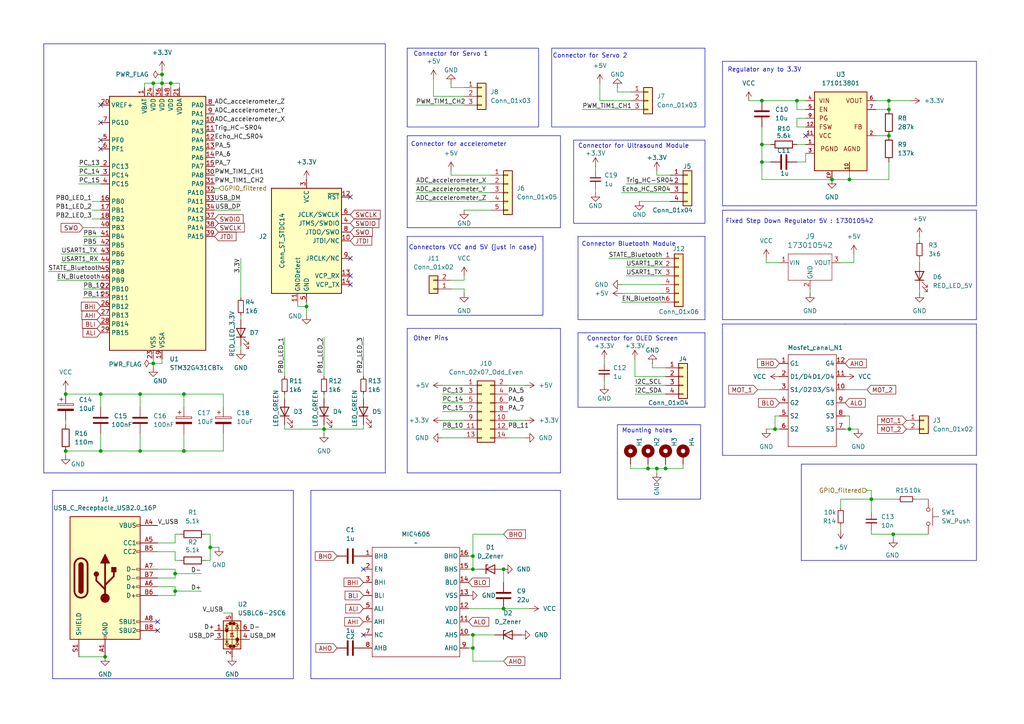
<source format=kicad_sch>
(kicad_sch (version 20231120) (generator "eeschema") (generator_version "8.0")
  (paper "A4")
  (junction (at 46.99 24.13))
  (junction (at 146.05 176.53))
  (junction (at 29.21 114.3))
  (junction (at 246.38 52.07))
  (junction (at 60.96 158.75))
  (junction (at 252.73 144.78))
  (junction (at 50.8 171.45))
  (junction (at 19.05 130.81))
  (junction (at 257.81 29.21))
  (junction (at 30.48 190.5))
  (junction (at 193.04 135.89))
  (junction (at 220.98 41.91))
  (junction (at 137.16 187.96))
  (junction (at 53.34 130.81))
  (junction (at 49.53 24.13))
  (junction (at 53.34 114.3))
  (junction (at 220.98 29.21))
  (junction (at 246.38 124.46))
  (junction (at 220.98 46.99))
  (junction (at 146.05 165.1))
  (junction (at 46.99 21.59))
  (junction (at 241.3 52.07))
  (junction (at 29.21 130.81))
  (junction (at 187.96 135.89))
  (junction (at 257.81 39.37))
  (junction (at 190.5 135.89))
  (junction (at 19.05 114.3))
  (junction (at 137.16 161.29))
  (junction (at 231.14 29.21))
  (junction (at 259.08 154.94))
  (junction (at 44.45 24.13))
  (junction (at 40.64 114.3))
  (junction (at 44.45 105.41))
  (junction (at 93.98 124.46))
  (junction (at 137.16 184.15))
  (junction (at 224.79 124.46))
  (junction (at 50.8 166.37))
  (junction (at 40.64 130.81))
  (junction (at 257.81 31.75))
  (junction (at 137.16 165.1))
  (junction (at 88.9 88.9))
  (no_connect (at 101.6 82.55))
  (no_connect (at 101.6 57.15))
  (no_connect (at 29.21 43.18))
  (no_connect (at 29.21 30.48))
  (no_connect (at 29.21 35.56))
  (no_connect (at 105.41 165.1))
  (no_connect (at 45.72 180.34))
  (no_connect (at 233.68 39.37))
  (no_connect (at 45.72 182.88))
  (no_connect (at 105.41 184.15))
  (no_connect (at 101.6 74.93))
  (no_connect (at 101.6 80.01))
  (no_connect (at 29.21 40.64))
  (wire (pts (xy 128.27 116.84) (xy 134.62 116.84)))
  (wire (pts (xy 251.46 142.24) (xy 252.73 142.24)))
  (wire (pts (xy 24.13 83.82) (xy 29.21 83.82)))
  (wire (pts (xy 93.98 114.3) (xy 93.98 115.57)))
  (polyline (pts (xy 118.11 127) (xy 118.11 137.16)))
  (wire (pts (xy 246.38 49.53) (xy 246.38 52.07)))
  (wire (pts (xy 69.85 100.33) (xy 69.85 101.6)))
  (wire (pts (xy 64.77 125.73) (xy 64.77 130.81)))
  (wire (pts (xy 234.95 83.82) (xy 234.95 85.09)))
  (polyline (pts (xy 162.56 137.16) (xy 162.56 95.25)))
  (wire (pts (xy 59.69 154.94) (xy 60.96 154.94)))
  (wire (pts (xy 50.8 171.45) (xy 50.8 172.72)))
  (wire (pts (xy 247.65 73.66) (xy 247.65 76.2)))
  (wire (pts (xy 184.15 111.76) (xy 193.04 111.76)))
  (wire (pts (xy 233.68 36.83) (xy 231.14 36.83)))
  (polyline (pts (xy 167.64 68.58) (xy 167.64 91.44)))
  (polyline (pts (xy 283.21 134.62) (xy 283.21 162.56)))
  (polyline (pts (xy 12.7 137.16) (xy 111.76 137.16)))
  (wire (pts (xy 17.78 76.2) (xy 29.21 76.2)))
  (wire (pts (xy 50.8 171.45) (xy 58.42 171.45)))
  (polyline (pts (xy 167.64 92.71) (xy 167.64 91.44)))
  (wire (pts (xy 222.25 124.46) (xy 224.79 124.46)))
  (wire (pts (xy 49.53 24.13) (xy 52.07 24.13)))
  (polyline (pts (xy 90.17 142.24) (xy 143.51 142.24)))
  (wire (pts (xy 243.84 153.67) (xy 243.84 152.4)))
  (wire (pts (xy 130.81 83.82) (xy 134.62 83.82)))
  (polyline (pts (xy 85.09 196.85) (xy 15.24 196.85)))
  (wire (pts (xy 182.88 134.62) (xy 182.88 135.89)))
  (polyline (pts (xy 283.21 17.78) (xy 283.21 59.69)))
  (polyline (pts (xy 204.47 90.17) (xy 204.47 92.71)))
  (wire (pts (xy 44.45 24.13) (xy 44.45 25.4)))
  (wire (pts (xy 224.79 124.46) (xy 226.06 124.46)))
  (wire (pts (xy 19.05 130.81) (xy 19.05 132.08)))
  (polyline (pts (xy 167.64 118.11) (xy 167.64 96.52)))
  (polyline (pts (xy 15.24 196.85) (xy 15.24 142.24)))
  (wire (pts (xy 264.16 29.21) (xy 257.81 29.21)))
  (wire (pts (xy 231.14 46.99) (xy 233.68 46.99)))
  (wire (pts (xy 120.65 30.48) (xy 134.62 30.48)))
  (wire (pts (xy 233.68 46.99) (xy 233.68 44.45)))
  (wire (pts (xy 62.23 60.96) (xy 69.85 60.96)))
  (wire (pts (xy 24.13 68.58) (xy 29.21 68.58)))
  (polyline (pts (xy 204.47 96.52) (xy 204.47 118.11)))
  (wire (pts (xy 265.43 144.78) (xy 269.24 144.78)))
  (wire (pts (xy 16.51 81.28) (xy 29.21 81.28)))
  (wire (pts (xy 64.77 114.3) (xy 64.77 118.11)))
  (wire (pts (xy 138.43 165.1) (xy 137.16 165.1)))
  (wire (pts (xy 190.5 49.53) (xy 190.5 50.8)))
  (wire (pts (xy 254 39.37) (xy 257.81 39.37)))
  (polyline (pts (xy 168.91 96.52) (xy 204.47 96.52)))
  (wire (pts (xy 266.7 68.58) (xy 266.7 69.85)))
  (wire (pts (xy 130.81 24.13) (xy 130.81 25.4)))
  (wire (pts (xy 189.23 105.41) (xy 189.23 106.68)))
  (wire (pts (xy 60.96 158.75) (xy 60.96 162.56)))
  (wire (pts (xy 64.77 177.8) (xy 67.31 177.8)))
  (wire (pts (xy 176.53 74.93) (xy 191.77 74.93)))
  (wire (pts (xy 69.85 74.93) (xy 69.85 86.36)))
  (wire (pts (xy 220.98 46.99) (xy 220.98 52.07)))
  (wire (pts (xy 29.21 130.81) (xy 19.05 130.81)))
  (wire (pts (xy 220.98 41.91) (xy 220.98 46.99)))
  (wire (pts (xy 254 31.75) (xy 257.81 31.75)))
  (wire (pts (xy 173.99 24.13) (xy 173.99 29.21)))
  (wire (pts (xy 134.62 83.82) (xy 134.62 85.09)))
  (wire (pts (xy 50.8 154.94) (xy 52.07 154.94)))
  (wire (pts (xy 125.73 27.94) (xy 134.62 27.94)))
  (wire (pts (xy 243.84 147.32) (xy 243.84 144.78)))
  (wire (pts (xy 45.72 157.48) (xy 50.8 157.48)))
  (wire (pts (xy 88.9 91.44) (xy 88.9 88.9)))
  (wire (pts (xy 13.97 78.74) (xy 29.21 78.74)))
  (polyline (pts (xy 118.11 39.37) (xy 118.11 66.04)))
  (wire (pts (xy 259.08 154.94) (xy 259.08 156.21)))
  (polyline (pts (xy 118.11 39.37) (xy 119.38 39.37)))
  (wire (pts (xy 135.89 184.15) (xy 137.16 184.15)))
  (wire (pts (xy 220.98 41.91) (xy 223.52 41.91)))
  (wire (pts (xy 137.16 187.96) (xy 135.89 187.96)))
  (wire (pts (xy 128.27 114.3) (xy 134.62 114.3)))
  (wire (pts (xy 125.73 22.86) (xy 125.73 27.94)))
  (polyline (pts (xy 90.17 196.85) (xy 90.17 142.24)))
  (polyline (pts (xy 162.56 39.37) (xy 162.56 66.04)))
  (polyline (pts (xy 232.41 134.62) (xy 283.21 134.62)))
  (wire (pts (xy 175.26 110.49) (xy 175.26 111.76)))
  (wire (pts (xy 134.62 60.96) (xy 142.24 60.96)))
  (wire (pts (xy 26.67 63.5) (xy 29.21 63.5)))
  (wire (pts (xy 128.27 119.38) (xy 134.62 119.38)))
  (polyline (pts (xy 162.56 95.25) (xy 160.02 95.25)))
  (polyline (pts (xy 283.21 93.98) (xy 283.21 96.52)))
  (wire (pts (xy 180.34 87.63) (xy 191.77 87.63)))
  (polyline (pts (xy 204.47 118.11) (xy 167.64 118.11)))
  (wire (pts (xy 46.99 21.59) (xy 46.99 24.13)))
  (wire (pts (xy 49.53 25.4) (xy 49.53 24.13)))
  (polyline (pts (xy 204.47 68.58) (xy 204.47 90.17)))
  (wire (pts (xy 168.91 31.75) (xy 182.88 31.75)))
  (polyline (pts (xy 119.38 39.37) (xy 162.56 39.37)))
  (wire (pts (xy 60.96 154.94) (xy 60.96 158.75)))
  (wire (pts (xy 40.64 118.11) (xy 40.64 114.3)))
  (polyline (pts (xy 245.11 93.98) (xy 283.21 93.98)))
  (wire (pts (xy 220.98 36.83) (xy 220.98 41.91)))
  (wire (pts (xy 257.81 31.75) (xy 257.81 29.21)))
  (wire (pts (xy 181.61 53.34) (xy 194.31 53.34)))
  (wire (pts (xy 46.99 20.32) (xy 46.99 21.59)))
  (polyline (pts (xy 162.56 142.24) (xy 162.56 196.85)))
  (wire (pts (xy 180.34 85.09) (xy 191.77 85.09)))
  (polyline (pts (xy 209.55 96.52) (xy 209.55 132.08)))
  (wire (pts (xy 231.14 41.91) (xy 233.68 41.91)))
  (wire (pts (xy 88.9 88.9) (xy 86.36 88.9)))
  (wire (pts (xy 46.99 24.13) (xy 49.53 24.13)))
  (wire (pts (xy 257.81 52.07) (xy 246.38 52.07)))
  (wire (pts (xy 19.05 121.92) (xy 19.05 123.19)))
  (wire (pts (xy 29.21 118.11) (xy 29.21 114.3)))
  (polyline (pts (xy 283.21 96.52) (xy 283.21 132.08)))
  (wire (pts (xy 22.86 190.5) (xy 30.48 190.5)))
  (polyline (pts (xy 167.64 68.58) (xy 204.47 68.58)))
  (wire (pts (xy 245.11 113.03) (xy 251.46 113.03)))
  (wire (pts (xy 22.86 53.34) (xy 29.21 53.34)))
  (wire (pts (xy 105.41 123.19) (xy 105.41 124.46)))
  (polyline (pts (xy 209.55 17.78) (xy 283.21 17.78)))
  (wire (pts (xy 259.08 154.94) (xy 269.24 154.94)))
  (wire (pts (xy 88.9 87.63) (xy 88.9 88.9)))
  (wire (pts (xy 219.71 113.03) (xy 226.06 113.03)))
  (polyline (pts (xy 167.64 96.52) (xy 170.18 96.52)))
  (wire (pts (xy 93.98 97.79) (xy 93.98 109.22)))
  (wire (pts (xy 137.16 161.29) (xy 137.16 165.1)))
  (wire (pts (xy 222.25 76.2) (xy 226.06 76.2)))
  (wire (pts (xy 53.34 125.73) (xy 53.34 130.81)))
  (wire (pts (xy 53.34 114.3) (xy 53.34 118.11)))
  (wire (pts (xy 62.23 54.61) (xy 63.5 54.61)))
  (wire (pts (xy 130.81 25.4) (xy 134.62 25.4)))
  (wire (pts (xy 184.15 109.22) (xy 193.04 109.22)))
  (polyline (pts (xy 283.21 92.71) (xy 209.55 92.71)))
  (polyline (pts (xy 283.21 132.08) (xy 283.21 132.08)))
  (wire (pts (xy 128.27 111.76) (xy 134.62 111.76)))
  (wire (pts (xy 184.15 114.3) (xy 193.04 114.3)))
  (wire (pts (xy 135.89 176.53) (xy 146.05 176.53)))
  (wire (pts (xy 231.14 34.29) (xy 233.68 34.29)))
  (wire (pts (xy 46.99 104.14) (xy 46.99 105.41)))
  (wire (pts (xy 220.98 52.07) (xy 241.3 52.07)))
  (wire (pts (xy 220.98 46.99) (xy 223.52 46.99)))
  (wire (pts (xy 246.38 124.46) (xy 248.92 124.46)))
  (wire (pts (xy 137.16 154.94) (xy 137.16 161.29)))
  (wire (pts (xy 40.64 125.73) (xy 40.64 130.81)))
  (polyline (pts (xy 118.11 127) (xy 118.11 95.25)))
  (wire (pts (xy 44.45 106.68) (xy 44.45 105.41)))
  (wire (pts (xy 105.41 114.3) (xy 105.41 115.57)))
  (wire (pts (xy 246.38 52.07) (xy 241.3 52.07)))
  (wire (pts (xy 137.16 161.29) (xy 135.89 161.29)))
  (wire (pts (xy 24.13 66.04) (xy 29.21 66.04)))
  (wire (pts (xy 120.65 53.34) (xy 142.24 53.34)))
  (wire (pts (xy 93.98 124.46) (xy 93.98 125.73)))
  (wire (pts (xy 222.25 74.93) (xy 222.25 76.2)))
  (polyline (pts (xy 118.11 95.25) (xy 160.02 95.25)))
  (wire (pts (xy 187.96 135.89) (xy 190.5 135.89)))
  (wire (pts (xy 187.96 134.62) (xy 187.96 135.89)))
  (wire (pts (xy 45.72 170.18) (xy 50.8 170.18)))
  (wire (pts (xy 247.65 76.2) (xy 243.84 76.2)))
  (wire (pts (xy 189.23 106.68) (xy 193.04 106.68)))
  (wire (pts (xy 59.69 162.56) (xy 60.96 162.56)))
  (wire (pts (xy 50.8 166.37) (xy 50.8 167.64)))
  (polyline (pts (xy 12.7 137.16) (xy 12.7 12.7)))
  (wire (pts (xy 82.55 97.79) (xy 82.55 109.22)))
  (wire (pts (xy 245.11 120.65) (xy 246.38 120.65)))
  (wire (pts (xy 41.91 24.13) (xy 44.45 24.13)))
  (wire (pts (xy 152.4 121.92) (xy 147.32 121.92)))
  (wire (pts (xy 29.21 60.96) (xy 26.67 60.96)))
  (wire (pts (xy 24.13 86.36) (xy 29.21 86.36)))
  (wire (pts (xy 173.99 29.21) (xy 182.88 29.21)))
  (wire (pts (xy 53.34 114.3) (xy 64.77 114.3)))
  (wire (pts (xy 266.7 74.93) (xy 266.7 76.2)))
  (wire (pts (xy 152.4 127) (xy 147.32 127)))
  (wire (pts (xy 50.8 170.18) (xy 50.8 171.45)))
  (wire (pts (xy 128.27 124.46) (xy 134.62 124.46)))
  (wire (pts (xy 146.05 191.77) (xy 137.16 191.77)))
  (wire (pts (xy 52.07 24.13) (xy 52.07 25.4)))
  (wire (pts (xy 120.65 58.42) (xy 142.24 58.42)))
  (wire (pts (xy 231.14 36.83) (xy 231.14 34.29)))
  (wire (pts (xy 17.78 73.66) (xy 29.21 73.66)))
  (polyline (pts (xy 283.21 59.69) (xy 209.55 59.69)))
  (polyline (pts (xy 118.11 68.58) (xy 157.48 68.58)))
  (wire (pts (xy 128.27 121.92) (xy 134.62 121.92)))
  (wire (pts (xy 134.62 81.28) (xy 130.81 81.28)))
  (wire (pts (xy 29.21 130.81) (xy 40.64 130.81)))
  (wire (pts (xy 82.55 114.3) (xy 82.55 115.57)))
  (wire (pts (xy 184.15 104.14) (xy 184.15 109.22)))
  (polyline (pts (xy 162.56 196.85) (xy 90.17 196.85)))
  (wire (pts (xy 172.72 54.61) (xy 172.72 55.88)))
  (wire (pts (xy 137.16 191.77) (xy 137.16 187.96)))
  (wire (pts (xy 243.84 144.78) (xy 252.73 144.78)))
  (polyline (pts (xy 209.55 93.98) (xy 209.55 96.52)))
  (wire (pts (xy 19.05 114.3) (xy 19.05 113.03)))
  (wire (pts (xy 180.34 55.88) (xy 194.31 55.88)))
  (wire (pts (xy 185.42 58.42) (xy 194.31 58.42)))
  (wire (pts (xy 45.72 165.1) (xy 50.8 165.1)))
  (wire (pts (xy 252.73 148.59) (xy 252.73 144.78)))
  (wire (pts (xy 231.14 29.21) (xy 231.14 31.75)))
  (polyline (pts (xy 85.09 142.24) (xy 85.09 196.85)))
  (wire (pts (xy 257.81 46.99) (xy 257.81 52.07)))
  (wire (pts (xy 53.34 130.81) (xy 64.77 130.81)))
  (wire (pts (xy 29.21 114.3) (xy 19.05 114.3)))
  (wire (pts (xy 62.23 58.42) (xy 69.85 58.42)))
  (polyline (pts (xy 232.41 134.62) (xy 232.41 162.56)))
  (polyline (pts (xy 111.76 12.7) (xy 111.76 137.16)))
  (wire (pts (xy 44.45 104.14) (xy 44.45 105.41)))
  (wire (pts (xy 62.23 54.61) (xy 62.23 55.88)))
  (wire (pts (xy 146.05 165.1) (xy 146.05 168.91)))
  (wire (pts (xy 69.85 91.44) (xy 69.85 92.71)))
  (polyline (pts (xy 283.21 60.96) (xy 283.21 92.71)))
  (wire (pts (xy 128.27 127) (xy 134.62 127)))
  (polyline (pts (xy 283.21 162.56) (xy 232.41 162.56)))
  (wire (pts (xy 46.99 24.13) (xy 46.99 25.4)))
  (wire (pts (xy 259.08 154.94) (xy 252.73 154.94)))
  (polyline (pts (xy 209.55 60.96) (xy 283.21 60.96)))
  (wire (pts (xy 181.61 80.01) (xy 191.77 80.01)))
  (wire (pts (xy 45.72 160.02) (xy 50.8 160.02)))
  (wire (pts (xy 137.16 184.15) (xy 137.16 187.96)))
  (wire (pts (xy 82.55 124.46) (xy 93.98 124.46)))
  (wire (pts (xy 137.16 165.1) (xy 135.89 165.1)))
  (wire (pts (xy 246.38 120.65) (xy 246.38 124.46)))
  (wire (pts (xy 224.79 120.65) (xy 224.79 124.46)))
  (wire (pts (xy 181.61 77.47) (xy 191.77 77.47)))
  (wire (pts (xy 220.98 29.21) (xy 231.14 29.21)))
  (polyline (pts (xy 118.11 68.58) (xy 118.11 91.44)))
  (wire (pts (xy 180.34 82.55) (xy 191.77 82.55)))
  (wire (pts (xy 50.8 167.64) (xy 45.72 167.64)))
  (wire (pts (xy 130.81 50.8) (xy 142.24 50.8)))
  (wire (pts (xy 190.5 135.89) (xy 190.5 137.16)))
  (wire (pts (xy 50.8 160.02) (xy 50.8 162.56)))
  (polyline (pts (xy 162.56 66.04) (xy 118.11 66.04)))
  (wire (pts (xy 198.12 135.89) (xy 193.04 135.89)))
  (wire (pts (xy 146.05 176.53) (xy 153.67 176.53)))
  (wire (pts (xy 50.8 157.48) (xy 50.8 154.94)))
  (polyline (pts (xy 157.48 68.58) (xy 157.48 91.44)))
  (wire (pts (xy 40.64 114.3) (xy 53.34 114.3)))
  (wire (pts (xy 172.72 48.26) (xy 172.72 49.53)))
  (wire (pts (xy 252.73 142.24) (xy 252.73 144.78)))
  (wire (pts (xy 175.26 104.14) (xy 175.26 105.41)))
  (wire (pts (xy 29.21 58.42) (xy 26.67 58.42)))
  (polyline (pts (xy 12.7 12.7) (xy 111.76 12.7)))
  (wire (pts (xy 245.11 124.46) (xy 246.38 124.46)))
  (wire (pts (xy 146.05 154.94) (xy 137.16 154.94)))
  (wire (pts (xy 29.21 125.73) (xy 29.21 130.81)))
  (wire (pts (xy 82.55 123.19) (xy 82.55 124.46)))
  (wire (pts (xy 120.65 55.88) (xy 142.24 55.88)))
  (wire (pts (xy 190.5 135.89) (xy 193.04 135.89)))
  (polyline (pts (xy 245.11 93.98) (xy 209.55 93.98)))
  (wire (pts (xy 50.8 165.1) (xy 50.8 166.37)))
  (polyline (pts (xy 143.51 142.24) (xy 162.56 142.24)))
  (polyline (pts (xy 209.55 17.78) (xy 209.55 59.69)))
  (wire (pts (xy 40.64 130.81) (xy 53.34 130.81)))
  (wire (pts (xy 182.88 135.89) (xy 187.96 135.89)))
  (wire (pts (xy 105.41 97.79) (xy 105.41 109.22)))
  (wire (pts (xy 252.73 154.94) (xy 252.73 153.67)))
  (polyline (pts (xy 118.11 137.16) (xy 162.56 137.16)))
  (wire (pts (xy 60.96 158.75) (xy 63.5 158.75)))
  (wire (pts (xy 22.86 48.26) (xy 29.21 48.26)))
  (wire (pts (xy 50.8 172.72) (xy 45.72 172.72)))
  (wire (pts (xy 24.13 71.12) (xy 29.21 71.12)))
  (wire (pts (xy 130.81 49.53) (xy 130.81 50.8)))
  (wire (pts (xy 93.98 123.19) (xy 93.98 124.46)))
  (wire (pts (xy 29.21 114.3) (xy 40.64 114.3)))
  (wire (pts (xy 190.5 50.8) (xy 194.31 50.8)))
  (polyline (pts (xy 204.47 92.71) (xy 167.64 92.71)))
  (wire (pts (xy 50.8 162.56) (xy 52.07 162.56)))
  (wire (pts (xy 266.7 85.09) (xy 266.7 83.82)))
  (wire (pts (xy 231.14 29.21) (xy 233.68 29.21)))
  (wire (pts (xy 93.98 124.46) (xy 105.41 124.46)))
  (wire (pts (xy 44.45 24.13) (xy 46.99 24.13)))
  (wire (pts (xy 44.45 105.41) (xy 46.99 105.41)))
  (wire (pts (xy 152.4 111.76) (xy 147.32 111.76)))
  (wire (pts (xy 50.8 166.37) (xy 58.42 166.37)))
  (wire (pts (xy 22.86 50.8) (xy 29.21 50.8)))
  (wire (pts (xy 179.07 26.67) (xy 182.88 26.67)))
  (wire (pts (xy 179.07 25.4) (xy 179.07 26.67)))
  (wire (pts (xy 198.12 135.89) (xy 198.12 134.62)))
  (polyline (pts (xy 209.55 132.08) (xy 283.21 132.08)))
  (wire (pts (xy 143.51 184.15) (xy 137.16 184.15)))
  (wire (pts (xy 217.17 29.21) (xy 220.98 29.21)))
  (wire (pts (xy 257.81 29.21) (xy 254 29.21)))
  (wire (pts (xy 226.06 120.65) (xy 224.79 120.65)))
  (polyline (pts (xy 15.24 142.24) (xy 85.09 142.24)))
  (polyline (pts (xy 157.48 91.44) (xy 118.11 91.44)))
  (wire (pts (xy 231.14 31.75) (xy 233.68 31.75)))
  (polyline (pts (xy 209.55 60.96) (xy 209.55 92.71)))
  (wire (pts (xy 252.73 144.78) (xy 260.35 144.78)))
  (wire (pts (xy 41.91 24.13) (xy 41.91 25.4)))
  (wire (pts (xy 193.04 134.62) (xy 193.04 135.89)))
  (wire (pts (xy 134.62 80.01) (xy 134.62 81.28)))
  (wire (pts (xy 86.36 88.9) (xy 86.36 87.63)))
  (rectangle (start 179.07 123.19) (end 203.2 144.78))
  (rectangle (start 160.02 13.97) (end 204.47 36.83))
  (rectangle (start 166.37 40.64) (end 204.47 64.77))
  (rectangle (start 118.11 13.97) (end 156.21 36.83))
  (text "Fixed Step Down Regulator 5V : 173010542" (at 231.902 64.262 0) (effects (font (size 1.27 1.27))))
  (text "Regulator any to 3.3V" (at 221.742 20.32 0) (effects (font (size 1.27 1.27))))
  (text "Mounting holes" (at 180.34 125.73 0) (effects (font (size 1.27 1.27)) (justify left bottom)))
  (text "Connector for OLED Screen" (at 170.18 99.06 0) (effects (font (size 1.27 1.27)) (justify left bottom)))
  (text "Other Pins\n\n" (at 124.968 99.314 0) (effects (font (size 1.27 1.27))))
  (text "Connector Bluetooth Module" (at 168.656 71.628 0) (effects (font (size 1.27 1.27)) (justify left bottom)))
  (text "Connector for Servo 2\n" (at 160.274 17.018 0) (effects (font (size 1.27 1.27)) (justify left bottom)))
  (text "Connectors VCC and 5V (just in case)" (at 137.16 71.882 0) (effects (font (size 1.27 1.27))))
  (text "Connector for Ultrasound Module" (at 167.64 43.18 0) (effects (font (size 1.27 1.27)) (justify left bottom)))
  (text "Connector for Servo 1\n" (at 119.888 16.51 0) (effects (font (size 1.27 1.27)) (justify left bottom)))
  (text "Connector for accelerometer\n\n" (at 119.126 44.704 0) (effects (font (size 1.27 1.27)) (justify left bottom)))
  (label "PB_10" (at 128.27 124.46 0))
  (label "PB0_LED_1" (at 82.55 97.79 270))
  (label "EN_Bluetooth" (at 16.51 81.28 0))
  (label "EN_Bluetooth" (at 180.34 87.63 0))
  (label "PA_5" (at 62.23 43.18 0))
  (label "D+" (at 62.23 182.88 180))
  (label "Trig_HC-SR04" (at 181.61 53.34 0))
  (label "I2C_SDA" (at 184.15 114.3 0))
  (label "PA_7" (at 62.23 48.26 0))
  (label "STATE_Bluetooth" (at 176.53 74.93 0))
  (label "STATE_Bluetooth" (at 13.97 78.74 0))
  (label "PC_15" (at 22.86 53.34 0))
  (label "USB_DP" (at 62.23 185.42 180))
  (label "PC_13" (at 128.27 114.3 0))
  (label "PB2_LED_3" (at 105.41 97.79 270))
  (label "D-" (at 72.39 182.88 0))
  (label "Trig_HC-SR04" (at 62.23 38.1 0))
  (label "PC_15" (at 128.27 119.38 0))
  (label "PC_14" (at 22.86 50.8 0))
  (label "Echo_HC_SR04" (at 180.34 55.88 0))
  (label "USART1_RX" (at 17.78 76.2 0))
  (label "USART1_TX" (at 181.61 80.01 0))
  (label "PA_6" (at 147.32 116.84 0))
  (label "PWM_TIM1_CH2" (at 120.65 30.48 0))
  (label "PA_6" (at 62.23 45.72 0))
  (label "ADC_accelerometer_Y" (at 120.65 55.88 0))
  (label "D+" (at 58.42 171.45 180))
  (label "PC_13" (at 22.86 48.26 0))
  (label "ADC_accelerometer_Z" (at 120.65 58.42 0))
  (label "D-" (at 58.42 166.37 180))
  (label "USB_DM" (at 69.85 58.42 180))
  (label "ADC_accelerometer_Y" (at 62.23 33.02 0))
  (label "ADC_accelerometer_X" (at 120.65 53.34 0))
  (label "V_USB" (at 64.77 177.8 180))
  (label "PWM_TIM1_CH1" (at 168.91 31.75 0))
  (label "PB_11" (at 147.32 124.46 0))
  (label "PB5" (at 24.13 71.12 0))
  (label "PB_11" (at 24.13 86.36 0))
  (label "PB1_LED_2" (at 93.98 97.79 270))
  (label "PWM_TIM1_CH2" (at 62.23 53.34 0))
  (label "PWM_TIM1_CH1" (at 62.23 50.8 0))
  (label "PB_10" (at 24.13 83.82 0))
  (label "V_USB" (at 45.72 152.4 0))
  (label "PA_7" (at 147.32 119.38 0))
  (label "I2C_SCL" (at 184.15 111.76 0))
  (label "USB_DM" (at 72.39 185.42 0))
  (label "3.3V" (at 69.85 74.93 270))
  (label "ADC_accelerometer_Z" (at 62.23 30.48 0))
  (label "USART1_TX" (at 17.78 73.66 0))
  (label "PB0_LED_1" (at 26.67 58.42 180))
  (label "PA_5" (at 147.32 114.3 0))
  (label "USART1_RX" (at 181.61 77.47 0))
  (label "PC_14" (at 128.27 116.84 0))
  (label "ADC_accelerometer_X" (at 62.23 35.56 0))
  (label "PB4" (at 24.13 68.58 0))
  (label "USB_DP" (at 69.85 60.96 180))
  (label "PB2_LED_3" (at 26.67 63.5 180))
  (label "PB1_LED_2" (at 26.67 60.96 180))
  (label "Echo_HC_SR04" (at 62.23 40.64 0))
  (global_label "BLO" (shape input) (at 226.06 116.84 180) (property "Intersheetrefs" "${INTERSHEET_REFS}" (effects (hide yes))))
  (global_label "BHO" (shape input) (at 97.79 161.29 180) (property "Intersheetrefs" "${INTERSHEET_REFS}" (effects (hide yes))))
  (global_label "MOT_2" (shape input) (at 251.46 113.03 0) (property "Intersheetrefs" "${INTERSHEET_REFS}" (effects (hide yes))))
  (global_label "SWCLK" (shape input) (at 101.6 62.23 0) (property "Intersheetrefs" "${INTERSHEET_REFS}" (effects (hide yes))))
  (global_label "SWO" (shape input) (at 101.6 67.31 0) (property "Intersheetrefs" "${INTERSHEET_REFS}" (effects (hide yes))))
  (global_label "SWO" (shape input) (at 24.13 66.04 180) (property "Intersheetrefs" "${INTERSHEET_REFS}" (effects (hide yes))))
  (global_label "AHI" (shape input) (at 105.41 180.34 180) (property "Intersheetrefs" "${INTERSHEET_REFS}" (effects (hide yes))))
  (global_label "ALI" (shape input) (at 29.21 96.52 180) (property "Intersheetrefs" "${INTERSHEET_REFS}" (effects (hide yes))))
  (global_label "AHO" (shape input) (at 97.79 187.96 180) (property "Intersheetrefs" "${INTERSHEET_REFS}" (effects (hide yes))))
  (global_label "MOT_2" (shape input) (at 262.89 124.46 180) (property "Intersheetrefs" "${INTERSHEET_REFS}" (effects (hide yes))))
  (global_label "AHO" (shape input) (at 245.11 105.41 0) (property "Intersheetrefs" "${INTERSHEET_REFS}" (effects (hide yes))))
  (global_label "ALO" (shape input) (at 245.11 116.84 0) (property "Intersheetrefs" "${INTERSHEET_REFS}" (effects (hide yes))))
  (global_label "BLI" (shape input) (at 29.21 93.98 180) (property "Intersheetrefs" "${INTERSHEET_REFS}" (effects (hide yes))))
  (global_label "ALI" (shape input) (at 105.41 176.53 180) (property "Intersheetrefs" "${INTERSHEET_REFS}" (effects (hide yes))))
  (global_label "BLO" (shape input) (at 135.89 168.91 0) (property "Intersheetrefs" "${INTERSHEET_REFS}" (effects (hide yes))))
  (global_label "BHO" (shape input) (at 226.06 105.41 180) (property "Intersheetrefs" "${INTERSHEET_REFS}" (effects (hide yes))))
  (global_label "SWCLK" (shape input) (at 62.23 66.04 0) (property "Intersheetrefs" "${INTERSHEET_REFS}" (effects (hide yes))))
  (global_label "JTDI" (shape input) (at 101.6 69.85 0) (property "Intersheetrefs" "${INTERSHEET_REFS}" (effects (hide yes))))
  (global_label "AHI" (shape input) (at 29.21 91.44 180) (property "Intersheetrefs" "${INTERSHEET_REFS}" (effects (hide yes))))
  (global_label "AHO" (shape input) (at 146.05 191.77 0) (property "Intersheetrefs" "${INTERSHEET_REFS}" (effects (hide yes))))
  (global_label "BHO" (shape input) (at 146.05 154.94 0) (property "Intersheetrefs" "${INTERSHEET_REFS}" (effects (hide yes))))
  (global_label "MOT_1" (shape input) (at 219.71 113.03 180) (property "Intersheetrefs" "${INTERSHEET_REFS}" (effects (hide yes))))
  (global_label "BHI" (shape input) (at 29.21 88.9 180) (property "Intersheetrefs" "${INTERSHEET_REFS}" (effects (hide yes))))
  (global_label "BHI" (shape input) (at 105.41 168.91 180) (property "Intersheetrefs" "${INTERSHEET_REFS}" (effects (hide yes))))
  (global_label "MOT_1" (shape input) (at 262.89 121.92 180) (property "Intersheetrefs" "${INTERSHEET_REFS}" (effects (hide yes))))
  (global_label "BLI" (shape input) (at 105.41 172.72 180) (property "Intersheetrefs" "${INTERSHEET_REFS}" (effects (hide yes))))
  (global_label "SWDIO" (shape input) (at 101.6 64.77 0) (property "Intersheetrefs" "${INTERSHEET_REFS}" (effects (hide yes))))
  (global_label "ALO" (shape input) (at 135.89 180.34 0) (property "Intersheetrefs" "${INTERSHEET_REFS}" (effects (hide yes))))
  (global_label "SWDIO" (shape input) (at 62.23 63.5 0) (property "Intersheetrefs" "${INTERSHEET_REFS}" (effects (hide yes))))
  (global_label "JTDI" (shape input) (at 62.23 68.58 0) (property "Intersheetrefs" "${INTERSHEET_REFS}" (effects (hide yes))))
  (hierarchical_label "GPIO_filtered" (shape input) (at 63.5 54.61 0))
  (hierarchical_label "GPIO_filtered" (shape input) (at 251.46 142.24 180))
  (symbol (lib_id "Connector_Generic:Conn_01x05") (at 147.32 55.88 0) (unit 1)
    (property "Reference" "J6" (at 149.86 54.6099 0) (effects (justify left)))
    (property "Value" "Conn_01x05" (at 149.86 57.1499 0) (effects (justify left)))
    (property "Footprint" "Connector_JST:JST_XH_B5B-XH-A_1x05_P2.50mm_Vertical" (effects (hide yes)))
    (property "Description" "Generic connector, single row, 01x05, script generated (kicad-library-utils/schlib/autogen/connector/)" (effects (hide yes)))
  )
  (symbol (lib_id "power:GND") (at 172.72 55.88 0) (unit 1)
    (property "Reference" "#PWR030" (effects (hide yes)))
    (property "Value" "GND" (at 172.72 59.69 0))
  )
  (symbol (lib_id "Connector_Generic:Conn_01x04") (at 199.39 53.34 0) (unit 1)
    (property "Reference" "J5" (at 198.12 48.26 0) (effects (justify left)))
    (property "Value" "Conn_01x04" (at 189.23 60.96 0) (effects (justify left)))
    (property "Footprint" "Connector_JST:JST_XH_B4B-XH-A_1x04_P2.50mm_Vertical" (effects (hide yes)))
  )
  (symbol (lib_id "173010542_5V_Buck:173010542") (at 234.95 77.47 0) (unit 1)
    (property "Reference" "J9" (at 234.95 68.58 0) (effects (font (size 1.524 1.524))))
    (property "Value" "173010542" (at 234.95 71.12 0) (effects (font (size 1.524 1.524))))
    (property "Footprint" "Library_MAKER:173013542" (effects (hide yes)))
    (property "Datasheet" "https://www.we-online.com/components/products/datasheet/173010542.pdf" (effects (hide yes)))
    (property "MPN" "173010542" (effects (hide yes)))
  )
  (symbol (lib_id "power:+3.3V") (at 264.16 29.21 270) (unit 1)
    (property "Reference" "#PWR023" (effects (hide yes)))
    (property "Value" "+3.3V" (at 267.97 29.2099 90) (effects (justify left)))
    (property "Description" "Power symbol creates a global label with name \"+3.3V\"" (effects (hide yes)))
  )
  (symbol (lib_id "power:VCC") (at 245.11 109.22 270) (unit 1)
    (property "Reference" "#PWR049" (effects (hide yes)))
    (property "Value" "VCC" (at 248.92 109.2199 90) (effects (justify left)))
    (property "Description" "Power symbol creates a global label with name \"VCC\"" (effects (hide yes)))
  )
  (symbol (lib_id "Device:C_Polarized") (at 19.05 118.11 0) (unit 1)
    (property "Reference" "C14" (at 22.86 115.9509 0) (effects (justify left)))
    (property "Value" "10uF" (at 22.86 118.4909 0) (effects (justify left)))
    (property "Footprint" "Capacitor_SMD:CP_Elec_4x5.7" (effects (hide yes)))
  )
  (symbol (lib_id "power:GND") (at 180.34 82.55 270) (unit 1)
    (property "Reference" "#PWR051" (effects (hide yes)))
    (property "Value" "GND" (at 176.53 82.5499 90) (effects (justify right)))
    (property "Description" "Power symbol creates a global label with name \"GND\" , ground" (effects (hide yes)))
  )
  (symbol (lib_id "Device:C_Polarized") (at 64.77 121.92 0) (unit 1)
    (property "Reference" "C18" (at 68.58 119.7609 0) (effects (justify left)))
    (property "Value" "10uF" (at 68.58 122.3009 0) (effects (justify left)))
    (property "Footprint" "Capacitor_SMD:CP_Elec_4x5.7" (effects (hide yes)))
  )
  (symbol (lib_id "Device:C") (at 101.6 187.96 90) (unit 1)
    (property "Reference" "C2" (at 101.6 184.658 90))
    (property "Value" "1u" (at 101.6 182.88 90))
    (property "Footprint" "Capacitor_SMD:C_0402_1005Metric_Pad0.74x0.62mm_HandSolder" (effects (hide yes)))
    (property "Description" "Unpolarized capacitor" (effects (hide yes)))
  )
  (symbol (lib_id "Device:LED") (at 105.41 119.38 90) (unit 1)
    (property "Reference" "D5" (at 107.95 119.38 90) (effects (justify right)))
    (property "Value" "LED_GREEN" (at 102.87 113.03 0) (effects (justify right)))
    (property "Footprint" "LED_SMD:LED_0603_1608Metric_Pad1.05x0.95mm_HandSolder" (effects (hide yes)))
  )
  (symbol (lib_id "power:PWR_FLAG") (at 44.45 105.41 90) (unit 1)
    (property "Reference" "#FLG01" (effects (hide yes)))
    (property "Value" "PWR_FLAG" (at 36.322 105.664 90))
    (property "Description" "Special symbol for telling ERC where power comes from" (effects (hide yes)))
  )
  (symbol (lib_id "power:VCC") (at 153.67 176.53 270) (unit 1)
    (property "Reference" "#PWR018" (effects (hide yes)))
    (property "Value" "VCC" (at 157.48 176.5299 90) (effects (justify left)))
    (property "Description" "Power symbol creates a global label with name \"VCC\"" (effects (hide yes)))
  )
  (symbol (lib_id "power:+3.3V") (at 128.27 121.92 90) (unit 1)
    (property "Reference" "#PWR042" (effects (hide yes)))
    (property "Value" "+3.3V" (at 124.46 121.9199 90) (effects (justify left)))
    (property "Description" "Power symbol creates a global label with name \"+3.3V\"" (effects (hide yes)))
  )
  (symbol (lib_id "Connector_Generic:Conn_01x06") (at 196.85 80.01 0) (unit 1)
    (property "Reference" "J12" (at 195.072 72.136 0) (effects (justify left)))
    (property "Value" "Conn_01x06" (at 191.008 90.424 0) (effects (justify left)))
    (property "Footprint" "Connector_JST:JST_XH_B6B-XH-A_1x06_P2.50mm_Vertical" (effects (hide yes)))
    (property "Description" "Generic connector, single row, 01x06, script generated (kicad-library-utils/schlib/autogen/connector/)" (effects (hide yes)))
  )
  (symbol (lib_id "Device:R_Small") (at 93.98 111.76 0) (unit 1)
    (property "Reference" "R12" (at 95.25 110.49 0) (effects (justify left)))
    (property "Value" "1k6" (at 95.25 113.03 0) (effects (justify left)))
    (property "Footprint" "Resistor_SMD:R_0402_1005Metric_Pad0.72x0.64mm_HandSolder" (effects (hide yes)))
  )
  (symbol (lib_id "Device:R") (at 257.81 35.56 0) (unit 1)
    (property "Reference" "R8" (at 260.35 34.2899 0) (effects (justify left)))
    (property "Value" "287k" (at 260.35 36.8299 0) (effects (justify left)))
    (property "Footprint" "Resistor_SMD:R_0402_1005Metric_Pad0.72x0.64mm_HandSolder" (effects (hide yes)))
    (property "Description" "Resistor" (effects (hide yes)))
  )
  (symbol (lib_id "Library:WPME-VDLM_LGA-12EP") (at 243.84 36.83 0) (unit 1)
    (property "Reference" "U3" (at 243.84 21.59 0))
    (property "Value" "171013801" (at 243.84 24.13 0))
    (property "Footprint" "Library_MAKER:171023801" (effects (hide yes)))
    (property "MF" "Wurth Elektronik" (effects (hide yes)))
    (property "Description_1" "LGA-12 / 3.5-38Vin / 0.85-13Vout / 1.0A / 10 x 6 x 3.1mm / PFM/PWM" (effects (hide yes)))
    (property "Package" "None" (effects (hide yes)))
    (property "Price" "None" (effects (hide yes)))
    (property "SnapEDA_Link" "https://www.snapeda.com/parts/171013801/Wurth+Electronics/view-part/?ref=snap" (effects (hide yes)))
    (property "MP" "171013801" (effects (hide yes)))
    (property "Availability" "In Stock" (effects (hide yes)))
    (property "Check_prices" "https://www.snapeda.com/parts/171013801/Wurth+Electronics/view-part/?ref=eda" (effects (hide yes)))
  )
  (symbol (lib_id "power:+5V") (at 247.65 73.66 0) (unit 1)
    (property "Reference" "#PWR038" (effects (hide yes)))
    (property "Value" "+5V" (at 247.65 68.58 0))
  )
  (symbol (lib_id "power:GND") (at 69.85 101.6 0) (unit 1)
    (property "Reference" "#PWR047" (effects (hide yes)))
    (property "Value" "GND" (at 69.85 106.68 0))
  )
  (symbol (lib_id "power:GND") (at 190.5 137.16 0) (unit 1)
    (property "Reference" "#PWR029" (effects (hide yes)))
    (property "Value" "GND" (at 190.5 139.7 90) (effects (justify right)))
  )
  (symbol (lib_id "Device:C_Polarized") (at 53.34 121.92 0) (unit 1)
    (property "Reference" "C17" (at 57.15 119.7609 0) (effects (justify left)))
    (property "Value" "10uF" (at 57.15 122.3009 0) (effects (justify left)))
    (property "Footprint" "Capacitor_SMD:CP_Elec_4x5.7" (effects (hide yes)))
  )
  (symbol (lib_id "power:VCC") (at 226.06 109.22 90) (unit 1)
    (property "Reference" "#PWR048" (effects (hide yes)))
    (property "Value" "VCC" (at 222.25 109.2199 90) (effects (justify left)))
    (property "Description" "Power symbol creates a global label with name \"VCC\"" (effects (hide yes)))
  )
  (symbol (lib_id "power:GND") (at 259.08 156.21 0) (unit 1)
    (property "Reference" "#PWR028" (effects (hide yes)))
    (property "Value" "GND" (at 258.826 161.036 0))
  )
  (symbol (lib_id "power:+3.3V") (at 88.9 52.07 0) (unit 1)
    (property "Reference" "#PWR022" (effects (hide yes)))
    (property "Value" "+3.3V" (at 88.9 46.99 0))
    (property "Description" "Power symbol creates a global label with name \"+3.3V\"" (effects (hide yes)))
  )
  (symbol (lib_id "Device:R_Small") (at 82.55 111.76 0) (unit 1)
    (property "Reference" "R11" (at 83.82 110.49 0) (effects (justify left)))
    (property "Value" "1k6" (at 83.82 113.03 0) (effects (justify left)))
    (property "Footprint" "Resistor_SMD:R_0402_1005Metric_Pad0.72x0.64mm_HandSolder" (effects (hide yes)))
  )
  (symbol (lib_id "Connector:USB_C_Receptacle_USB2.0_16P") (at 30.48 167.64 0) (unit 1)
    (property "Reference" "J1" (at 30.48 144.78 0))
    (property "Value" "USB_C_Receptacle_USB2.0_16P" (at 30.48 147.32 0))
    (property "Footprint" "Connector_USB:USB_C_Receptacle_GCT_USB4110" (effects (hide yes)))
    (property "Datasheet" "https://www.usb.org/sites/default/files/documents/usb_type-c.zip" (effects (hide yes)))
    (property "Description" "USB 2.0-only 16P Type-C Receptacle connector" (effects (hide yes)))
  )
  (symbol (lib_id "power:GND") (at 19.05 132.08 0) (unit 1)
    (property "Reference" "#PWR032" (effects (hide yes)))
    (property "Value" "GND" (at 22.606 134.62 0))
  )
  (symbol (lib_id "MCU_ST_STM32G4:STM32G431CBTx") (at 44.45 66.04 0) (unit 1)
    (property "Reference" "U1" (at 49.1841 104.14 0) (effects (justify left)))
    (property "Value" "STM32G431CBTx" (at 49.1841 106.68 0) (effects (justify left)))
    (property "Footprint" "Package_QFP:LQFP-48_7x7mm_P0.5mm" (effects (hide yes)))
    (property "Datasheet" "https://www.st.com/resource/en/datasheet/stm32g431cb.pdf" (effects (hide yes)))
    (property "Description" "STMicroelectronics Arm Cortex-M4 MCU, 128KB flash, 32KB RAM, 170 MHz, 1.71-3.6V, 38 GPIO, LQFP48" (effects (hide yes)))
  )
  (symbol (lib_id "Mechanical:MountingHole_Pad") (at 198.12 132.08 0) (unit 1)
    (property "Reference" "H4" (at 200.66 129.54 90) (effects (justify left)))
    (property "Value" "MountingHole_Pad" (effects (hide yes)))
    (property "Footprint" "MountingHole:MountingHole_2.7mm_M2.5_DIN965_Pad" (effects (hide yes)))
  )
  (symbol (lib_id "power:GND") (at 63.5 158.75 0) (unit 1)
    (property "Reference" "#PWR03" (effects (hide yes)))
    (property "Value" "GND" (at 63.5 163.83 0))
    (property "Description" "Power symbol creates a global label with name \"GND\" , ground" (effects (hide yes)))
  )
  (symbol (lib_id "Mechanical:MountingHole_Pad") (at 187.96 132.08 0) (unit 1)
    (property "Reference" "H2" (at 190.5 129.54 90) (effects (justify left)))
    (property "Value" "MountingHole_Pad" (effects (hide yes)))
    (property "Footprint" "MountingHole:MountingHole_2.7mm_M2.5_DIN965_Pad" (effects (hide yes)))
  )
  (symbol (lib_id "power:+5V") (at 180.34 85.09 90) (unit 1)
    (property "Reference" "#PWR052" (effects (hide yes)))
    (property "Value" "+5V" (at 176.53 85.0899 90) (effects (justify left)))
    (property "Description" "Power symbol creates a global label with name \"+5V\"" (effects (hide yes)))
  )
  (symbol (lib_id "Connector_Generic:Conn_01x02") (at 125.73 83.82 180) (unit 1)
    (property "Reference" "J11" (at 125.73 74.93 0))
    (property "Value" "Conn_01x02" (at 125.73 77.47 0))
    (property "Footprint" "Connector_AMASS:AMASS_XT60-F_1x02_P7.20mm_Vertical" (effects (hide yes)))
    (property "Description" "Generic connector, single row, 01x02, script generated (kicad-library-utils/schlib/autogen/connector/)" (effects (hide yes)))
  )
  (symbol (lib_id "power:+5V") (at 243.84 153.67 180) (unit 1)
    (property "Reference" "#PWR050" (effects (hide yes)))
    (property "Value" "+5V" (at 243.84 158.75 0))
    (property "Description" "Power symbol creates a global label with name \"+5V\"" (effects (hide yes)))
  )
  (symbol (lib_id "Device:R") (at 19.05 127 0) (unit 1)
    (property "Reference" "R16" (at 21.59 125.7299 0) (effects (justify left)))
    (property "Value" "110m" (at 21.59 128.2699 0) (effects (justify left)))
    (property "Footprint" "Resistor_SMD:R_0603_1608Metric_Pad0.98x0.95mm_HandSolder" (effects (hide yes)))
  )
  (symbol (lib_id "Connector_Generic:Conn_01x03") (at 139.7 27.94 0) (unit 1)
    (property "Reference" "J8" (at 142.24 26.6699 0) (effects (justify left)))
    (property "Value" "Conn_01x03" (at 142.24 29.2099 0) (effects (justify left)))
    (property "Footprint" "Connector_JST:JST_XH_B3B-XH-AM_1x03_P2.50mm_Vertical" (effects (hide yes)))
    (property "Description" "Generic connector, single row, 01x03, script generated (kicad-library-utils/schlib/autogen/connector/)" (effects (hide yes)))
  )
  (symbol (lib_id "power:+3.3V") (at 172.72 48.26 0) (unit 1)
    (property "Reference" "#PWR09" (effects (hide yes)))
    (property "Value" "+3.3V" (at 172.72 44.45 0))
  )
  (symbol (lib_id "Device:C") (at 101.6 161.29 90) (unit 1)
    (property "Reference" "C1" (at 101.6 153.67 90))
    (property "Value" "1u" (at 101.6 156.21 90))
    (property "Footprint" "Capacitor_SMD:C_0402_1005Metric_Pad0.74x0.62mm_HandSolder" (effects (hide yes)))
    (property "Description" "Unpolarized capacitor" (effects (hide yes)))
  )
  (symbol (lib_id "Library:MIC4606") (at 120.65 176.53 0) (unit 1)
    (property "Reference" "MIC4606" (at 120.65 154.94 0))
    (property "Value" "~" (at 120.65 157.48 0))
    (property "Footprint" "Library_MAKER:TSSOP16_TS_MCH_MIS" (effects (hide yes)))
  )
  (symbol (lib_id "Device:C_Small") (at 252.73 151.13 0) (unit 1)
    (property "Reference" "C13" (at 255.524 149.8663 0) (effects (justify left)))
    (property "Value" "10n" (at 255.524 152.4063 0) (effects (justify left)))
    (property "Footprint" "Capacitor_SMD:C_0402_1005Metric_Pad0.74x0.62mm_HandSolder" (effects (hide yes)))
  )
  (symbol (lib_id "power:GND") (at 146.05 165.1 90) (unit 1)
    (property "Reference" "#PWR012" (effects (hide yes)))
    (property "Value" "GND" (at 149.86 165.0999 90) (effects (justify right)))
    (property "Description" "Power symbol creates a global label with name \"GND\" , ground" (effects (hide yes)))
  )
  (symbol (lib_id "power:+3.3V") (at 46.99 20.32 0) (unit 1)
    (property "Reference" "#PWR04" (effects (hide yes)))
    (property "Value" "+3.3V" (at 46.99 15.24 0))
    (property "Description" "Power symbol creates a global label with name \"+3.3V\"" (effects (hide yes)))
  )
  (symbol (lib_id "Device:R_Small") (at 262.89 144.78 90) (unit 1)
    (property "Reference" "R15" (at 261.62 142.24 90))
    (property "Value" "10k" (at 265.43 142.24 90))
    (property "Footprint" "Resistor_SMD:R_0402_1005Metric_Pad0.72x0.64mm_HandSolder" (effects (hide yes)))
  )
  (symbol (lib_id "Device:R") (at 227.33 41.91 90) (unit 1)
    (property "Reference" "R10" (at 227.33 37.338 90))
    (property "Value" "5.6k" (at 227.33 39.37 90))
    (property "Footprint" "Resistor_SMD:R_0402_1005Metric_Pad0.72x0.64mm_HandSolder" (effects (hide yes)))
    (property "Description" "Resistor" (effects (hide yes)))
  )
  (symbol (lib_id "Switch:SW_Push") (at 269.24 149.86 270) (unit 1)
    (property "Reference" "SW1" (at 273.05 148.59 90) (effects (justify left)))
    (property "Value" "SW_Push" (at 273.05 151.13 90) (effects (justify left)))
    (property "Footprint" "Button_Switch_SMD:SW_Push_1P1T_NO_CK_KSC6xxJ" (effects (hide yes)))
  )
  (symbol (lib_id "Device:C_Small") (at 172.72 52.07 0) (unit 1)
    (property "Reference" "C19" (at 175.26 50.8063 0) (effects (justify left)))
    (property "Value" "1u" (at 175.26 53.3463 0) (effects (justify left)))
    (property "Footprint" "Capacitor_SMD:C_0402_1005Metric_Pad0.74x0.62mm_HandSolder" (effects (hide yes)))
  )
  (symbol (lib_id "power:VCC") (at 134.62 80.01 0) (unit 1)
    (property "Reference" "#PWR045" (effects (hide yes)))
    (property "Value" "VCC" (at 134.62 74.93 0))
    (property "Description" "Power symbol creates a global label with name \"VCC\"" (effects (hide yes)))
  )
  (symbol (lib_id "power:+5V") (at 266.7 68.58 0) (unit 1)
    (property "Reference" "#PWR039" (effects (hide yes)))
    (property "Value" "+5V" (at 266.7 63.5 0))
  )
  (symbol (lib_id "power:GND") (at 134.62 85.09 0) (unit 1)
    (property "Reference" "#PWR046" (effects (hide yes)))
    (property "Value" "GND" (at 134.62 90.17 0))
    (property "Description" "Power symbol creates a global label with name \"GND\" , ground" (effects (hide yes)))
  )
  (symbol (lib_id "power:VCC") (at 222.25 74.93 0) (unit 1)
    (property "Reference" "#PWR035" (effects (hide yes)))
    (property "Value" "VCC" (at 222.25 69.85 0))
  )
  (symbol (lib_id "Device:C") (at 146.05 172.72 0) (unit 1)
    (property "Reference" "C9" (at 149.86 171.4499 0) (effects (justify left)))
    (property "Value" "22u" (at 149.86 173.9899 0) (effects (justify left)))
    (property "Footprint" "Capacitor_SMD:C_0402_1005Metric_Pad0.74x0.62mm_HandSolder" (effects (hide yes)))
    (property "Description" "Unpolarized capacitor" (effects (hide yes)))
  )
  (symbol (lib_id "power:PWR_FLAG") (at 46.99 21.59 90) (unit 1)
    (property "Reference" "#FLG02" (effects (hide yes)))
    (property "Value" "PWR_FLAG" (at 43.18 21.5899 90) (effects (justify left)))
    (property "Description" "Special symbol for telling ERC where power comes from" (effects (hide yes)))
  )
  (symbol (lib_id "Device:D_Zener") (at 147.32 184.15 0) (unit 1)
    (property "Reference" "D2" (at 147.32 177.8 0))
    (property "Value" "D_Zener" (at 147.32 180.34 0))
    (property "Footprint" "Diode_SMD:Littelfuse_PolyZen-LS" (effects (hide yes)))
    (property "Description" "Zener diode" (effects (hide yes)))
  )
  (symbol (lib_id "power:GND") (at 128.27 127 270) (unit 1)
    (property "Reference" "#PWR043" (effects (hide yes)))
    (property "Value" "GND" (at 124.46 126.9999 90) (effects (justify right)))
    (property "Description" "Power symbol creates a global label with name \"GND\" , ground" (effects (hide yes)))
  )
  (symbol (lib_id "Device:C") (at 220.98 33.02 180) (unit 1)
    (property "Reference" "C10" (at 224.79 31.7499 0) (effects (justify right)))
    (property "Value" "10u" (at 224.79 34.2899 0) (effects (justify right)))
    (property "Footprint" "Capacitor_SMD:C_0402_1005Metric_Pad0.74x0.62mm_HandSolder" (effects (hide yes)))
    (property "Description" "Unpolarized capacitor" (effects (hide yes)))
  )
  (symbol (lib_id "power:+3.3V") (at 184.15 104.14 0) (unit 1)
    (property "Reference" "#PWR026" (effects (hide yes)))
    (property "Value" "+3.3V" (at 184.15 100.33 0))
  )
  (symbol (lib_id "Connector_Generic:Conn_01x03") (at 187.96 29.21 0) (unit 1)
    (property "Reference" "J7" (at 190.5 27.9399 0) (effects (justify left)))
    (property "Value" "Conn_01x03" (at 190.5 30.4799 0) (effects (justify left)))
    (property "Footprint" "Connector_JST:JST_XH_B3B-XH-A_1x03_P2.50mm_Vertical" (effects (hide yes)))
    (property "Description" "Generic connector, single row, 01x03, script generated (kicad-library-utils/schlib/autogen/connector/)" (effects (hide yes)))
  )
  (symbol (lib_id "Device:C_Small") (at 175.26 107.95 0) (unit 1)
    (property "Reference" "C12" (at 177.8 106.6863 0) (effects (justify left)))
    (property "Value" "1u" (at 177.8 109.2263 0) (effects (justify left)))
    (property "Footprint" "Capacitor_SMD:C_0402_1005Metric_Pad0.74x0.62mm_HandSolder" (effects (hide yes)))
  )
  (symbol (lib_id "Connector_Generic:Conn_01x04") (at 198.12 109.22 0) (unit 1)
    (property "Reference" "J4" (at 196.85 104.14 0) (effects (justify left)))
    (property "Value" "Conn_01x04" (at 187.96 116.84 0) (effects (justify left)))
    (property "Footprint" "Connector_JST:JST_XH_B4B-XH-A_1x04_P2.50mm_Vertical" (effects (hide yes)))
  )
  (symbol (lib_id "power:GND") (at 67.31 190.5 0) (unit 1)
    (property "Reference" "#PWR01" (effects (hide yes)))
    (property "Value" "GND" (at 67.31 195.58 0))
    (property "Description" "Power symbol creates a global label with name \"GND\" , ground" (effects (hide yes)))
  )
  (symbol (lib_id "power:GND") (at 185.42 58.42 0) (unit 1)
    (property "Reference" "#PWR015" (effects (hide yes)))
    (property "Value" "GND" (at 185.42 62.23 0))
  )
  (symbol (lib_id "power:+5V") (at 128.27 111.76 90) (unit 1)
    (property "Reference" "#PWR041" (effects (hide yes)))
    (property "Value" "+5V" (at 124.46 111.7599 90) (effects (justify left)))
    (property "Description" "Power symbol creates a global label with name \"+5V\"" (effects (hide yes)))
  )
  (symbol (lib_id "power:+3.3V") (at 190.5 49.53 0) (unit 1)
    (property "Reference" "#PWR014" (effects (hide yes)))
    (property "Value" "+3.3V" (at 190.5 45.72 0))
  )
  (symbol (lib_id "power:GND") (at 30.48 190.5 0) (unit 1)
    (property "Reference" "#PWR02" (effects (hide yes)))
    (property "Value" "GND" (at 30.48 195.58 0))
    (property "Description" "Power symbol creates a global label with name \"GND\" , ground" (effects (hide yes)))
  )
  (symbol (lib_id "power:GND") (at 44.45 106.68 0) (unit 1)
    (property "Reference" "#PWR05" (effects (hide yes)))
    (property "Value" "GND" (at 46.482 110.49 0))
    (property "Description" "Power symbol creates a global label with name \"GND\" , ground" (effects (hide yes)))
  )
  (symbol (lib_id "Device:C") (at 29.21 121.92 0) (unit 1)
    (property "Reference" "C15" (at 33.02 120.6499 0) (effects (justify left)))
    (property "Value" "100nF" (at 32.258 123.19 0) (effects (justify left)))
    (property "Footprint" "Capacitor_SMD:C_0603_1608Metric_Pad1.08x0.95mm_HandSolder" (effects (hide yes)))
  )
  (symbol (lib_id "Device:D_Zener") (at 142.24 165.1 0) (unit 1)
    (property "Reference" "D1" (at 142.24 158.75 0))
    (property "Value" "D_Zener" (at 142.24 161.29 0))
    (property "Footprint" "Diode_SMD:Littelfuse_PolyZen-LS" (effects (hide yes)))
    (property "Description" "Zener diode" (effects (hide yes)))
  )
  (symbol (lib_id "Connector_Generic:Conn_01x02") (at 267.97 121.92 0) (unit 1)
    (property "Reference" "J3" (at 270.51 121.9199 0) (effects (justify left)))
    (property "Value" "Conn_01x02" (at 270.51 124.4599 0) (effects (justify left)))
    (property "Footprint" "Connector_JST:JST_XH_B2B-XH-A_1x02_P2.50mm_Vertical" (effects (hide yes)))
    (property "Description" "Generic connector, single row, 01x02, script generated (kicad-library-utils/schlib/autogen/connector/)" (effects (hide yes)))
  )
  (symbol (lib_id "Device:C") (at 40.64 121.92 0) (unit 1)
    (property "Reference" "C16" (at 44.45 120.6499 0) (effects (justify left)))
    (property "Value" "100nF" (at 44.45 123.1899 0) (effects (justify left)))
    (property "Footprint" "Capacitor_SMD:C_0603_1608Metric_Pad1.08x0.95mm_HandSolder" (effects (hide yes)))
  )
  (symbol (lib_id "power:GND") (at 248.92 124.46 0) (unit 1)
    (property "Reference" "#PWR07" (effects (hide yes)))
    (property "Value" "GND" (at 248.92 129.54 0))
    (property "Description" "Power symbol creates a global label with name \"GND\" , ground" (effects (hide yes)))
  )
  (symbol (lib_id "Device:LED") (at 69.85 96.52 90) (unit 1)
    (property "Reference" "D7" (at 72.39 96.52 90) (effects (justify right)))
    (property "Value" "RED_LED_3.3V" (at 67.31 90.17 0) (effects (justify right)))
    (property "Footprint" "LED_SMD:LED_0603_1608Metric_Pad1.05x0.95mm_HandSolder" (effects (hide yes)))
  )
  (symbol (lib_id "power:VCC") (at 19.05 113.03 0) (unit 1)
    (property "Reference" "#PWR031" (effects (hide yes)))
    (property "Value" "VCC" (at 19.05 107.95 0))
  )
  (symbol (lib_id "Device:R_Small") (at 69.85 88.9 0) (unit 1)
    (property "Reference" "R4" (at 71.12 87.63 0) (effects (justify left)))
    (property "Value" "1k6" (at 71.12 90.17 0) (effects (justify left)))
    (property "Footprint" "Resistor_SMD:R_0402_1005Metric_Pad0.72x0.64mm_HandSolder" (effects (hide yes)))
  )
  (symbol (lib_id "power:+5V") (at 130.81 49.53 0) (unit 1)
    (property "Reference" "#PWR019" (effects (hide yes)))
    (property "Value" "+5V" (at 130.81 44.45 0))
    (property "Description" "Power symbol creates a global label with name \"+5V\"" (effects (hide yes)))
  )
  (symbol (lib_id "power:GND") (at 88.9 91.44 0) (unit 1)
    (property "Reference" "#PWR021" (effects (hide yes)))
    (property "Value" "GND" (at 85.598 91.694 0))
    (property "Description" "Power symbol creates a global label with name \"GND\" , ground" (effects (hide yes)))
  )
  (symbol (lib_id "Device:R_Small") (at 105.41 111.76 0) (unit 1)
    (property "Reference" "R13" (at 106.68 110.49 0) (effects (justify left)))
    (property "Value" "1k6" (at 106.68 113.03 0) (effects (justify left)))
    (property "Footprint" "Resistor_SMD:R_0402_1005Metric_Pad0.72x0.64mm_HandSolder" (effects (hide yes)))
  )
  (symbol (lib_id "power:GND") (at 151.13 184.15 90) (unit 1)
    (property "Reference" "#PWR013" (effects (hide yes)))
    (property "Value" "GND" (at 154.94 184.1499 90) (effects (justify right)))
    (property "Description" "Power symbol creates a global label with name \"GND\" , ground" (effects (hide yes)))
  )
  (symbol (lib_id "power:GND") (at 134.62 60.96 0) (unit 1)
    (property "Reference" "#PWR016" (effects (hide yes)))
    (property "Value" "GND" (at 134.62 64.77 0))
  )
  (symbol (lib_id "power:GND") (at 152.4 127 90) (unit 1)
    (property "Reference" "#PWR054" (effects (hide yes)))
    (property "Value" "GND" (at 156.21 126.9999 90) (effects (justify right)))
    (property "Description" "Power symbol creates a global label with name \"GND\" , ground" (effects (hide yes)))
  )
  (symbol (lib_id "Device:R_Small") (at 243.84 149.86 180) (unit 1)
    (property "Reference" "R14" (at 242.57 151.13 0) (effects (justify left)))
    (property "Value" "10k" (at 242.57 148.59 0) (effects (justify left)))
    (property "Footprint" "Resistor_SMD:R_0402_1005Metric_Pad0.72x0.64mm_HandSolder" (effects (hide yes)))
  )
  (symbol (lib_id "power:+5V") (at 152.4 111.76 270) (unit 1)
    (property "Reference" "#PWR044" (effects (hide yes)))
    (property "Value" "+5V" (at 156.21 111.7599 90) (effects (justify left)))
    (property "Description" "Power symbol creates a global label with name \"+5V\"" (effects (hide yes)))
  )
  (symbol (lib_id "power:+3.3V") (at 152.4 121.92 270) (unit 1)
    (property "Reference" "#PWR053" (effects (hide yes)))
    (property "Value" "+3.3V" (at 156.21 121.9199 90) (effects (justify left)))
    (property "Description" "Power symbol creates a global label with name \"+3.3V\"" (effects (hide yes)))
  )
  (symbol (lib_id "Library:Mosfet_Canal_N") (at 237.49 120.65 0) (unit 1)
    (property "Reference" "Mosfet_canal_N1" (at 236.474 100.838 0))
    (property "Value" "~" (at 235.585 101.6 0))
    (property "Footprint" "Library_MAKER:FDMQ86530L" (effects (hide yes)))
  )
  (symbol (lib_id "Connector:Conn_ST_STDC14") (at 88.9 69.85 0) (unit 1)
    (property "Reference" "J2" (at 77.47 68.5799 0) (effects (justify right)))
    (property "Value" "Conn_ST_STDC14" (at 81.788 61.722 90) (effects (justify right)))
    (property "Footprint" "Connector_PinHeader_1.27mm:PinHeader_2x07_P1.27mm_Vertical_SMD" (effects (hide yes)))
    (property "Datasheet" "https://www.st.com/content/ccc/resource/technical/document/user_manual/group1/99/49/91/b6/b2/3a/46/e5/DM00526767/files/DM00526767.pdf/jcr:content/translations/en.DM00526767.pdf" (effects (hide yes)))
    (property "Description" "ST Debug Connector, standard ARM Cortex-M SWD and JTAG interface plus UART" (effects (hide yes)))
  )
  (symbol (lib_id "Device:R") (at 55.88 154.94 90) (unit 1)
    (property "Reference" "R1" (at 55.88 148.59 90))
    (property "Value" "5.1k" (at 55.88 151.13 90))
    (property "Footprint" "Resistor_SMD:R_0402_1005Metric_Pad0.72x0.64mm_HandSolder" (effects (hide yes)))
    (property "Description" "Resistor" (effects (hide yes)))
  )
  (symbol (lib_id "power:GND") (at 189.23 105.41 180) (unit 1)
    (property "Reference" "#PWR027" (effects (hide yes)))
    (property "Value" "GND" (at 189.23 101.6 0))
  )
  (symbol (lib_id "Device:R") (at 257.81 43.18 0) (unit 1)
    (property "Reference" "R9" (at 260.35 41.9099 0) (effects (justify left)))
    (property "Value" "137k" (at 260.35 44.4499 0) (effects (justify left)))
    (property "Footprint" "Resistor_SMD:R_0402_1005Metric_Pad0.72x0.64mm_HandSolder" (effects (hide yes)))
    (property "Description" "Resistor" (effects (hide yes)))
  )
  (symbol (lib_id "power:GND") (at 135.89 172.72 90) (unit 1)
    (property "Reference" "#PWR06" (effects (hide yes)))
    (property "Value" "GND" (at 139.7 172.7199 90) (effects (justify right)))
    (property "Description" "Power symbol creates a global label with name \"GND\" , ground" (effects (hide yes)))
  )
  (symbol (lib_id "Power_Protection:USBLC6-2SC6") (at 67.31 182.88 0) (unit 1)
    (property "Reference" "U2" (at 68.9611 175.26 0) (effects (justify left)))
    (property "Value" "USBLC6-2SC6" (at 68.9611 177.8 0) (effects (justify left)))
    (property "Footprint" "Package_TO_SOT_SMD:SOT-23-6" (effects (hide yes)))
    (property "Datasheet" "https://www.st.com/resource/en/datasheet/usblc6-2.pdf" (effects (hide yes)))
    (property "Description" "Very low capacitance ESD protection diode, 2 data-line, SOT-23-6" (effects (hide yes)))
  )
  (symbol (lib_id "power:GND") (at 130.81 24.13 180) (unit 1)
    (property "Reference" "#PWR020" (effects (hide yes)))
    (property "Value" "GND" (at 130.81 20.32 0))
  )
  (symbol (lib_id "power:VCC") (at 217.17 29.21 0) (unit 1)
    (property "Reference" "#PWR011" (effects (hide yes)))
    (property "Value" "VCC" (at 217.17 24.13 0))
    (property "Description" "Power symbol creates a global label with name \"VCC\"" (effects (hide yes)))
  )
  (symbol (lib_id "Device:R") (at 55.88 162.56 90) (unit 1)
    (property "Reference" "R2" (at 55.88 157.226 90))
    (property "Value" "5.1k" (at 55.88 159.512 90))
    (property "Footprint" "Resistor_SMD:R_0402_1005Metric_Pad0.72x0.64mm_HandSolder" (effects (hide yes)))
    (property "Description" "Resistor" (effects (hide yes)))
  )
  (symbol (lib_id "power:+5V") (at 173.99 24.13 0) (unit 1)
    (property "Reference" "#PWR033" (effects (hide yes)))
    (property "Value" "+5V" (at 173.99 19.05 0))
    (property "Description" "Power symbol creates a global label with name \"+5V\"" (effects (hide yes)))
  )
  (symbol (lib_id "power:GND") (at 234.95 85.09 0) (unit 1)
    (property "Reference" "#PWR037" (effects (hide yes)))
    (property "Value" "GND" (at 234.95 90.17 0))
  )
  (symbol (lib_id "Mechanical:MountingHole_Pad") (at 182.88 132.08 0) (unit 1)
    (property "Reference" "H1" (at 185.42 129.54 90) (effects (justify left)))
    (property "Value" "MountingHole_Pad" (effects (hide yes)))
    (property "Footprint" "MountingHole:MountingHole_2.7mm_M2.5_DIN965_Pad" (effects (hide yes)))
  )
  (symbol (lib_id "Device:C") (at 227.33 46.99 270) (unit 1)
    (property "Reference" "C11" (at 227.33 43.688 90))
    (property "Value" "1u" (at 227.584 50.292 90))
    (property "Footprint" "Capacitor_SMD:C_0402_1005Metric_Pad0.74x0.62mm_HandSolder" (effects (hide yes)))
    (property "Description" "Unpolarized capacitor" (effects (hide yes)))
  )
  (symbol (lib_id "Device:LED") (at 82.55 119.38 90) (unit 1)
    (property "Reference" "D3" (at 85.09 119.38 90) (effects (justify right)))
    (property "Value" "LED_GREEN" (at 80.01 113.03 0) (effects (justify right)))
    (property "Footprint" "LED_SMD:LED_0603_1608Metric_Pad1.05x0.95mm_HandSolder" (effects (hide yes)))
  )
  (symbol (lib_id "Device:LED") (at 266.7 80.01 90) (unit 1)
    (property "Reference" "D6" (at 270.51 80.3274 90) (effects (justify right)))
    (property "Value" "RED_LED_5V" (at 270.51 82.8674 90) (effects (justify right)))
    (property "Footprint" "LED_SMD:LED_0603_1608Metric_Pad1.05x0.95mm_HandSolder" (effects (hide yes)))
    (property "MPN" "150060RS55040" (effects (hide yes)))
  )
  (symbol (lib_id "Device:R_Small") (at 266.7 72.39 0) (unit 1)
    (property "Reference" "R3" (at 269.24 71.12 0) (effects (justify left)))
    (property "Value" "3k6" (at 269.24 73.66 0) (effects (justify left)))
    (property "Footprint" "Resistor_SMD:R_0402_1005Metric_Pad0.72x0.64mm_HandSolder" (effects (hide yes)))
  )
  (symbol (lib_id "power:+5V") (at 125.73 22.86 0) (unit 1)
    (property "Reference" "#PWR034" (effects (hide yes)))
    (property "Value" "+5V" (at 125.73 17.78 0))
    (property "Description" "Power symbol creates a global label with name \"+5V\"" (effects (hide yes)))
  )
  (symbol (lib_id "power:GND") (at 222.25 124.46 0) (unit 1)
    (property "Reference" "#PWR08" (effects (hide yes)))
    (property "Value" "GND" (at 222.25 129.54 0))
    (property "Description" "Power symbol creates a global label with name \"GND\" , ground" (effects (hide yes)))
  )
  (symbol (lib_id "Connector_Generic:Conn_02x07_Odd_Even") (at 139.7 119.38 0) (unit 1)
    (property "Reference" "J10" (at 140.97 105.41 0))
    (property "Value" "Conn_02x07_Odd_Even" (at 140.97 107.95 0))
    (property "Footprint" "Connector_PinHeader_2.54mm:PinHeader_2x07_P2.54mm_Vertical" (effects (hide yes)))
    (property "Description" "Generic connector, double row, 02x07, odd/even pin numbering scheme (row 1 odd numbers, row 2 even numbers), script generated (kicad-library-utils/schlib/autogen/connector/)" (effects (hide yes)))
  )
  (symbol (lib_id "power:GND") (at 266.7 85.09 0) (unit 1)
    (property "Reference" "#PWR040" (effects (hide yes)))
    (property "Value" "GND" (at 266.7 90.17 0))
  )
  (symbol (lib_id "power:GND") (at 93.98 125.73 0) (unit 1)
    (property "Reference" "#PWR017" (effects (hide yes)))
    (property "Value" "GND" (at 93.98 130.81 0))
  )
  (symbol (lib_id "Device:LED") (at 93.98 119.38 90) (unit 1)
    (property "Reference" "D4" (at 96.52 119.38 90) (effects (justify right)))
    (property "Value" "LED_GREEN" (at 91.44 113.03 0) (effects (justify right)))
    (property "Footprint" "LED_SMD:LED_0603_1608Metric_Pad1.05x0.95mm_HandSolder" (effects (hide yes)))
  )
  (symbol (lib_id "Mechanical:MountingHole_Pad") (at 193.04 132.08 0) (unit 1)
    (property "Reference" "H3" (at 195.58 129.54 90) (effects (justify left)))
    (property "Value" "MountingHole_Pad" (effects (hide yes)))
    (property "Footprint" "MountingHole:MountingHole_2.7mm_M2.5_DIN965_Pad" (effects (hide yes)))
  )
  (symbol (lib_id "power:GND") (at 179.07 25.4 180) (unit 1)
    (property "Reference" "#PWR036" (effects (hide yes)))
    (property "Value" "GND" (at 179.07 21.59 0))
  )
  (symbol (lib_id "power:+3.3V") (at 175.26 104.14 0) (unit 1)
    (property "Reference" "#PWR024" (effects (hide yes)))
    (property "Value" "+3.3V" (at 175.26 100.33 0))
  )
  (symbol (lib_id "power:GND") (at 241.3 52.07 0) (unit 1)
    (property "Reference" "#PWR010" (effects (hide yes)))
    (property "Value" "GND" (at 241.3 57.15 0))
    (property "Description" "Power symbol creates a global label with name \"GND\" , ground" (effects (hide yes)))
  )
  (symbol (lib_id "power:GND") (at 175.26 111.76 0) (unit 1)
    (property "Reference" "#PWR025" (effects (hide yes)))
    (property "Value" "GND" (at 175.26 115.57 0))
  )
)
</source>
